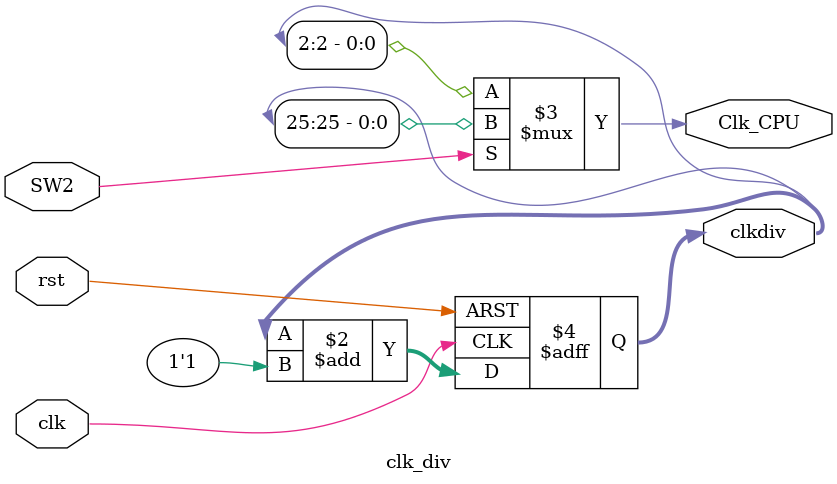
<source format=v>
`timescale 1ns / 1ps
module clk_div(input clk,
					input rst,
					input SW2,
					output reg[31:0]clkdiv,
					output Clk_CPU
					);
					
// Clock divider-时钟分频器


	always @ (posedge clk or posedge rst) begin 
		if (rst) clkdiv <= 0; else clkdiv <= clkdiv + 1'b1; end
		
	assign Clk_CPU=(SW2)? clkdiv[25] : clkdiv[2];
		
endmodule

</source>
